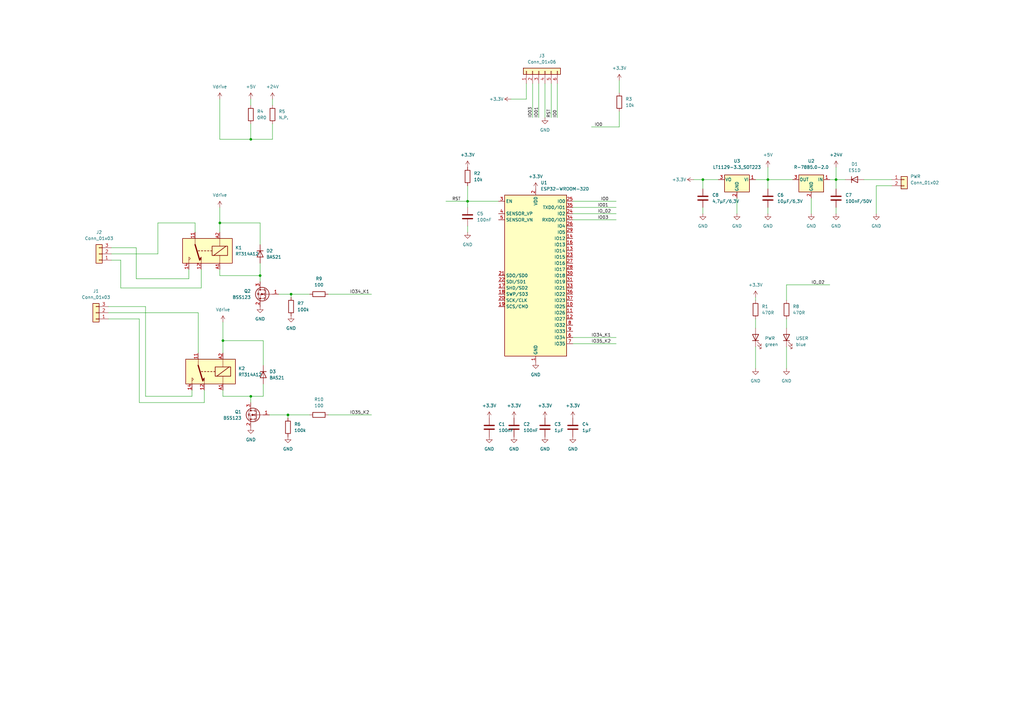
<source format=kicad_sch>
(kicad_sch (version 20211123) (generator eeschema)
  (paper "A3")
  (lib_symbols
    (symbol "Connector_Generic:Conn_01x02" (pin_names (offset 1.016) hide)
      (property "Reference" "J" (at 0 2.54 0))
      (property "Value" "Conn_01x02" (at 0 -5.08 0))
      (symbol "Conn_01x02_1_1"
        (rectangle (start -1.27 -2.413) (end 0 -2.667) (stroke (width 0.1524)))
        (rectangle (start -1.27 0.127) (end 0 -0.127) (stroke (width 0.1524)))
        (rectangle (start -1.27 1.27) (end 1.27 -3.81) (stroke (width 0.254)) (fill (type background)))
        (pin passive line (at -5.08 0 0) (length 3.81) (name "Pin_1") (number "1"))
        (pin passive line (at -5.08 -2.54 0) (length 3.81) (name "Pin_2") (number "2"))
      )
    )
    (symbol "Connector_Generic:Conn_01x03" (pin_names (offset 1.016) hide)
      (property "Reference" "J" (at 0 5.08 0))
      (property "Value" "Conn_01x03" (at 0 -5.08 0))
      (symbol "Conn_01x03_1_1"
        (rectangle (start -1.27 -2.413) (end 0 -2.667) (stroke (width 0.1524)))
        (rectangle (start -1.27 0.127) (end 0 -0.127) (stroke (width 0.1524)))
        (rectangle (start -1.27 2.667) (end 0 2.413) (stroke (width 0.1524)))
        (rectangle (start -1.27 3.81) (end 1.27 -3.81) (stroke (width 0.254)) (fill (type background)))
        (pin passive line (at -5.08 2.54 0) (length 3.81) (name "Pin_1") (number "1"))
        (pin passive line (at -5.08 0 0) (length 3.81) (name "Pin_2") (number "2"))
        (pin passive line (at -5.08 -2.54 0) (length 3.81) (name "Pin_3") (number "3"))
      )
    )
    (symbol "Connector_Generic:Conn_01x06" (pin_names (offset 1.016) hide)
      (property "Reference" "J" (at 0 7.62 0))
      (property "Value" "Conn_01x06" (at 0 -10.16 0))
      (symbol "Conn_01x06_1_1"
        (rectangle (start -1.27 -7.493) (end 0 -7.747) (stroke (width 0.1524)))
        (rectangle (start -1.27 -4.953) (end 0 -5.207) (stroke (width 0.1524)))
        (rectangle (start -1.27 -2.413) (end 0 -2.667) (stroke (width 0.1524)))
        (rectangle (start -1.27 0.127) (end 0 -0.127) (stroke (width 0.1524)))
        (rectangle (start -1.27 2.667) (end 0 2.413) (stroke (width 0.1524)))
        (rectangle (start -1.27 5.207) (end 0 4.953) (stroke (width 0.1524)))
        (rectangle (start -1.27 6.35) (end 1.27 -8.89) (stroke (width 0.254)) (fill (type background)))
        (pin passive line (at -5.08 5.08 0) (length 3.81) (name "Pin_1") (number "1"))
        (pin passive line (at -5.08 2.54 0) (length 3.81) (name "Pin_2") (number "2"))
        (pin passive line (at -5.08 0 0) (length 3.81) (name "Pin_3") (number "3"))
        (pin passive line (at -5.08 -2.54 0) (length 3.81) (name "Pin_4") (number "4"))
        (pin passive line (at -5.08 -5.08 0) (length 3.81) (name "Pin_5") (number "5"))
        (pin passive line (at -5.08 -7.62 0) (length 3.81) (name "Pin_6") (number "6"))
      )
    )
    (symbol "Device:C" (pin_numbers hide) (pin_names (offset 0.254))
      (property "Reference" "C" (at 0.635 2.54 0))
      (property "Value" "C" (at 0.635 -2.54 0))
      (symbol "C_0_1"
        (polyline (pts (xy -2.032 -0.762) (xy 2.032 -0.762)) (stroke (width 0.508)))
        (polyline (pts (xy -2.032 0.762) (xy 2.032 0.762)) (stroke (width 0.508)))
      )
      (symbol "C_1_1"
        (pin passive line (at 0 3.81 270) (length 2.794) (name "~") (number "1"))
        (pin passive line (at 0 -3.81 90) (length 2.794) (name "~") (number "2"))
      )
    )
    (symbol "Device:D" (pin_numbers hide) (pin_names (offset 1.016) hide)
      (property "Reference" "D" (at 0 2.54 0))
      (property "Value" "D" (at 0 -2.54 0))
      (symbol "D_0_1"
        (polyline (pts (xy -1.27 1.27) (xy -1.27 -1.27)) (stroke (width 0.254)))
        (polyline (pts (xy 1.27 0) (xy -1.27 0)))
        (polyline (pts (xy 1.27 1.27) (xy 1.27 -1.27) (xy -1.27 0) (xy 1.27 1.27)) (stroke (width 0.254)))
      )
      (symbol "D_1_1"
        (pin passive line (at -3.81 0 0) (length 2.54) (name "K") (number "1"))
        (pin passive line (at 3.81 0 180) (length 2.54) (name "A") (number "2"))
      )
    )
    (symbol "Device:LED" (pin_numbers hide) (pin_names (offset 1.016) hide)
      (property "Reference" "D" (at 0 2.54 0))
      (property "Value" "LED" (at 0 -2.54 0))
      (symbol "LED_0_1"
        (polyline (pts (xy -1.27 -1.27) (xy -1.27 1.27)) (stroke (width 0.254)))
        (polyline (pts (xy -1.27 0) (xy 1.27 0)))
        (polyline (pts (xy 1.27 -1.27) (xy 1.27 1.27) (xy -1.27 0) (xy 1.27 -1.27)) (stroke (width 0.254)))
        (polyline (pts (xy -3.048 -0.762) (xy -4.572 -2.286) (xy -3.81 -2.286) (xy -4.572 -2.286) (xy -4.572 -1.524)))
        (polyline (pts (xy -1.778 -0.762) (xy -3.302 -2.286) (xy -2.54 -2.286) (xy -3.302 -2.286) (xy -3.302 -1.524)))
      )
      (symbol "LED_1_1"
        (pin passive line (at -3.81 0 0) (length 2.54) (name "K") (number "1"))
        (pin passive line (at 3.81 0 180) (length 2.54) (name "A") (number "2"))
      )
    )
    (symbol "Device:R" (pin_numbers hide) (pin_names (offset 0))
      (property "Reference" "R" (at 2.032 0 90))
      (property "Value" "R" (at 0 0 90))
      (symbol "R_0_1"
        (rectangle (start -1.016 -2.54) (end 1.016 2.54) (stroke (width 0.254)))
      )
      (symbol "R_1_1"
        (pin passive line (at 0 3.81 270) (length 1.27) (name "~") (number "1"))
        (pin passive line (at 0 -3.81 90) (length 1.27) (name "~") (number "2"))
      )
    )
    (symbol "Diode:BAS21" (pin_numbers hide) (pin_names hide)
      (property "Reference" "D" (at 0 2.54 0))
      (property "Value" "BAS21" (at 0 -2.54 0))
      (symbol "BAS21_0_1"
        (polyline (pts (xy -1.27 1.27) (xy -1.27 -1.27)) (stroke (width 0.254)))
        (polyline (pts (xy 1.27 0) (xy -1.27 0)))
        (polyline (pts (xy 1.27 1.27) (xy 1.27 -1.27) (xy -1.27 0) (xy 1.27 1.27)) (stroke (width 0.254)))
      )
      (symbol "BAS21_1_1"
        (pin passive line (at 3.81 0 180) (length 2.54) (name "A") (number "1"))
        (pin no_connect line (at -1.27 0 0) (length 2.54) hide (name "NC") (number "2"))
        (pin passive line (at -3.81 0 0) (length 2.54) (name "K") (number "3"))
      )
    )
    (symbol "RF_Module:ESP32-WROOM-32D"
      (property "Reference" "U" (at -12.7 34.29 0))
      (property "Value" "ESP32-WROOM-32D" (at 1.27 34.29 0))
      (symbol "ESP32-WROOM-32D_0_1"
        (rectangle (start -12.7 33.02) (end 12.7 -33.02) (stroke (width 0.254)) (fill (type background)))
      )
      (symbol "ESP32-WROOM-32D_1_1"
        (pin power_in line (at 0 -35.56 90) (length 2.54) (name "GND") (number "1"))
        (pin bidirectional line (at 15.24 -12.7 180) (length 2.54) (name "IO25") (number "10"))
        (pin bidirectional line (at 15.24 -15.24 180) (length 2.54) (name "IO26") (number "11"))
        (pin bidirectional line (at 15.24 -17.78 180) (length 2.54) (name "IO27") (number "12"))
        (pin bidirectional line (at 15.24 10.16 180) (length 2.54) (name "IO14") (number "13"))
        (pin bidirectional line (at 15.24 15.24 180) (length 2.54) (name "IO12") (number "14"))
        (pin passive line (at 0 -35.56 90) (length 2.54) hide (name "GND") (number "15"))
        (pin bidirectional line (at 15.24 12.7 180) (length 2.54) (name "IO13") (number "16"))
        (pin bidirectional line (at -15.24 -5.08 0) (length 2.54) (name "SHD/SD2") (number "17"))
        (pin bidirectional line (at -15.24 -7.62 0) (length 2.54) (name "SWP/SD3") (number "18"))
        (pin bidirectional line (at -15.24 -12.7 0) (length 2.54) (name "SCS/CMD") (number "19"))
        (pin power_in line (at 0 35.56 270) (length 2.54) (name "VDD") (number "2"))
        (pin bidirectional line (at -15.24 -10.16 0) (length 2.54) (name "SCK/CLK") (number "20"))
        (pin bidirectional line (at -15.24 0 0) (length 2.54) (name "SDO/SD0") (number "21"))
        (pin bidirectional line (at -15.24 -2.54 0) (length 2.54) (name "SDI/SD1") (number "22"))
        (pin bidirectional line (at 15.24 7.62 180) (length 2.54) (name "IO15") (number "23"))
        (pin bidirectional line (at 15.24 25.4 180) (length 2.54) (name "IO2") (number "24"))
        (pin bidirectional line (at 15.24 30.48 180) (length 2.54) (name "IO0") (number "25"))
        (pin bidirectional line (at 15.24 20.32 180) (length 2.54) (name "IO4") (number "26"))
        (pin bidirectional line (at 15.24 5.08 180) (length 2.54) (name "IO16") (number "27"))
        (pin bidirectional line (at 15.24 2.54 180) (length 2.54) (name "IO17") (number "28"))
        (pin bidirectional line (at 15.24 17.78 180) (length 2.54) (name "IO5") (number "29"))
        (pin input line (at -15.24 30.48 0) (length 2.54) (name "EN") (number "3"))
        (pin bidirectional line (at 15.24 0 180) (length 2.54) (name "IO18") (number "30"))
        (pin bidirectional line (at 15.24 -2.54 180) (length 2.54) (name "IO19") (number "31"))
        (pin no_connect line (at -12.7 -27.94 0) (length 2.54) hide (name "NC") (number "32"))
        (pin bidirectional line (at 15.24 -5.08 180) (length 2.54) (name "IO21") (number "33"))
        (pin bidirectional line (at 15.24 22.86 180) (length 2.54) (name "RXD0/IO3") (number "34"))
        (pin bidirectional line (at 15.24 27.94 180) (length 2.54) (name "TXD0/IO1") (number "35"))
        (pin bidirectional line (at 15.24 -7.62 180) (length 2.54) (name "IO22") (number "36"))
        (pin bidirectional line (at 15.24 -10.16 180) (length 2.54) (name "IO23") (number "37"))
        (pin passive line (at 0 -35.56 90) (length 2.54) hide (name "GND") (number "38"))
        (pin passive line (at 0 -35.56 90) (length 2.54) hide (name "GND") (number "39"))
        (pin input line (at -15.24 25.4 0) (length 2.54) (name "SENSOR_VP") (number "4"))
        (pin input line (at -15.24 22.86 0) (length 2.54) (name "SENSOR_VN") (number "5"))
        (pin input line (at 15.24 -25.4 180) (length 2.54) (name "IO34") (number "6"))
        (pin input line (at 15.24 -27.94 180) (length 2.54) (name "IO35") (number "7"))
        (pin bidirectional line (at 15.24 -20.32 180) (length 2.54) (name "IO32") (number "8"))
        (pin bidirectional line (at 15.24 -22.86 180) (length 2.54) (name "IO33") (number "9"))
      )
    )
    (symbol "Regulator_Linear:LT1129-3.3_SOT223" (pin_names (offset 0.254))
      (property "Reference" "U" (at -3.81 3.175 0))
      (property "Value" "LT1129-3.3_SOT223" (at 0 3.175 0))
      (symbol "LT1129-3.3_SOT223_0_1"
        (rectangle (start -5.08 -5.08) (end 5.08 1.905) (stroke (width 0.254)) (fill (type background)))
      )
      (symbol "LT1129-3.3_SOT223_1_1"
        (pin power_in line (at -7.62 0 0) (length 2.54) (name "VI") (number "1"))
        (pin power_in line (at 0 -7.62 90) (length 2.54) (name "GND") (number "2"))
        (pin power_out line (at 7.62 0 180) (length 2.54) (name "VO") (number "3"))
      )
    )
    (symbol "Regulator_Switching:R-78B5.0-2.0" (pin_names (offset 0.254))
      (property "Reference" "U" (at -3.81 3.175 0))
      (property "Value" "R-78B5.0-2.0" (at 0 3.175 0))
      (symbol "R-78B5.0-2.0_0_1"
        (rectangle (start -5.08 1.905) (end 5.08 -5.08) (stroke (width 0.254)) (fill (type background)))
      )
      (symbol "R-78B5.0-2.0_1_1"
        (pin power_in line (at -7.62 0 0) (length 2.54) (name "IN") (number "1"))
        (pin power_in line (at 0 -7.62 90) (length 2.54) (name "GND") (number "2"))
        (pin power_out line (at 7.62 0 180) (length 2.54) (name "OUT") (number "3"))
      )
    )
    (symbol "Relay:RT314A12"
      (property "Reference" "K" (at 11.43 3.81 0))
      (property "Value" "RT314A12" (at 11.43 1.27 0))
      (symbol "RT314A12_0_0"
        (polyline (pts (xy -2.54 1.905) (xy -7.62 -1.905)) (stroke (width 0.254)))
      )
      (symbol "RT314A12_0_1"
        (rectangle (start -10.16 5.08) (end 10.16 -5.08) (stroke (width 0.254)) (fill (type background)))
        (rectangle (start -8.255 1.905) (end -1.905 -1.905) (stroke (width 0.254)))
        (polyline (pts (xy -5.08 -5.08) (xy -5.08 -1.905)))
        (polyline (pts (xy -5.08 5.08) (xy -5.08 1.905)))
        (polyline (pts (xy -1.905 0) (xy -1.27 0)) (stroke (width 0.254)))
        (polyline (pts (xy -0.635 0) (xy 0 0)) (stroke (width 0.254)))
        (polyline (pts (xy 0.635 0) (xy 1.27 0)) (stroke (width 0.254)))
        (polyline (pts (xy 1.905 0) (xy 2.54 0)) (stroke (width 0.254)))
        (polyline (pts (xy 3.175 0) (xy 3.81 0)) (stroke (width 0.254)))
        (polyline (pts (xy 5.08 -2.54) (xy 3.175 3.81)) (stroke (width 0.508)))
        (polyline (pts (xy 5.08 -2.54) (xy 5.08 -5.08)))
        (polyline (pts (xy 2.54 5.08) (xy 2.54 2.54) (xy 3.175 3.175) (xy 2.54 3.81)) (fill (type outline)))
        (polyline (pts (xy 7.62 5.08) (xy 7.62 2.54) (xy 6.985 3.175) (xy 7.62 3.81)))
      )
      (symbol "RT314A12_1_1"
        (pin passive line (at 5.08 -7.62 90) (length 2.54) (name "~") (number "11"))
        (pin passive line (at 2.54 7.62 270) (length 2.54) (name "~") (number "12"))
        (pin passive line (at 7.62 7.62 270) (length 2.54) (name "~") (number "14"))
        (pin passive line (at -5.08 7.62 270) (length 2.54) (name "~") (number "A1"))
        (pin passive line (at -5.08 -7.62 90) (length 2.54) (name "~") (number "A2"))
      )
    )
    (symbol "Transistor_FET:BSS123" (pin_names hide)
      (property "Reference" "Q" (at 5.08 1.905 0))
      (property "Value" "BSS123" (at 5.08 0 0))
      (symbol "BSS123_0_1"
        (polyline (pts (xy 0.254 0) (xy -2.54 0)))
        (polyline (pts (xy 0.254 1.905) (xy 0.254 -1.905)) (stroke (width 0.254)))
        (polyline (pts (xy 0.762 -1.27) (xy 0.762 -2.286)) (stroke (width 0.254)))
        (polyline (pts (xy 0.762 0.508) (xy 0.762 -0.508)) (stroke (width 0.254)))
        (polyline (pts (xy 0.762 2.286) (xy 0.762 1.27)) (stroke (width 0.254)))
        (polyline (pts (xy 2.54 2.54) (xy 2.54 1.778)))
        (polyline (pts (xy 2.54 -2.54) (xy 2.54 0) (xy 0.762 0)))
        (polyline (pts (xy 0.762 -1.778) (xy 3.302 -1.778) (xy 3.302 1.778) (xy 0.762 1.778)))
        (polyline (pts (xy 1.016 0) (xy 2.032 0.381) (xy 2.032 -0.381) (xy 1.016 0)) (fill (type outline)))
        (polyline (pts (xy 2.794 0.508) (xy 2.921 0.381) (xy 3.683 0.381) (xy 3.81 0.254)))
        (polyline (pts (xy 3.302 0.381) (xy 2.921 -0.254) (xy 3.683 -0.254) (xy 3.302 0.381)))
        (circle (center 1.651 0) (radius 2.794) (stroke (width 0.254)))
        (circle (center 2.54 -1.778) (radius 0.254) (fill (type outline)))
        (circle (center 2.54 1.778) (radius 0.254) (fill (type outline)))
      )
      (symbol "BSS123_1_1"
        (pin input line (at -5.08 0 0) (length 2.54) (name "G") (number "1"))
        (pin passive line (at 2.54 -5.08 90) (length 2.54) (name "S") (number "2"))
        (pin passive line (at 2.54 5.08 270) (length 2.54) (name "D") (number "3"))
      )
    )
    (symbol "power:+24V" (power) (pin_names (offset 0))
      (property "Value" "+24V" (at 0 3.556 0))
      (symbol "+24V_0_1"
        (polyline (pts (xy -0.762 1.27) (xy 0 2.54)))
        (polyline (pts (xy 0 0) (xy 0 2.54)))
        (polyline (pts (xy 0 2.54) (xy 0.762 1.27)))
      )
      (symbol "+24V_1_1"
        (pin power_in line (at 0 0 90) (length 0) hide (name "+24V") (number "1"))
      )
    )
    (symbol "power:+3.3V" (power) (pin_names (offset 0))
      (property "Value" "+3.3V" (at 0 3.556 0))
      (symbol "+3.3V_0_1"
        (polyline (pts (xy -0.762 1.27) (xy 0 2.54)))
        (polyline (pts (xy 0 0) (xy 0 2.54)))
        (polyline (pts (xy 0 2.54) (xy 0.762 1.27)))
      )
      (symbol "+3.3V_1_1"
        (pin power_in line (at 0 0 90) (length 0) hide (name "+3.3V") (number "1"))
      )
    )
    (symbol "power:+5V" (power) (pin_names (offset 0))
      (property "Value" "+5V" (at 0 3.556 0))
      (symbol "+5V_0_1"
        (polyline (pts (xy -0.762 1.27) (xy 0 2.54)))
        (polyline (pts (xy 0 0) (xy 0 2.54)))
        (polyline (pts (xy 0 2.54) (xy 0.762 1.27)))
      )
      (symbol "+5V_1_1"
        (pin power_in line (at 0 0 90) (length 0) hide (name "+5V") (number "1"))
      )
    )
    (symbol "power:GND" (power) (pin_names (offset 0))
      (property "Value" "GND" (at 0 -3.81 0))
      (symbol "GND_0_1"
        (polyline (pts (xy 0 0) (xy 0 -1.27) (xy 1.27 -1.27) (xy 0 -2.54) (xy -1.27 -1.27) (xy 0 -1.27)))
      )
      (symbol "GND_1_1"
        (pin power_in line (at 0 0 270) (length 0) hide (name "GND") (number "1"))
      )
    )
    (symbol "power:Vdrive" (power) (pin_names (offset 0))
      (property "Value" "Vdrive" (at 0 3.81 0))
      (symbol "Vdrive_0_1"
        (polyline (pts (xy -0.762 1.27) (xy 0 2.54)))
        (polyline (pts (xy 0 0) (xy 0 2.54)))
        (polyline (pts (xy 0 2.54) (xy 0.762 1.27)))
      )
      (symbol "Vdrive_1_1"
        (pin power_in line (at 0 0 90) (length 0) hide (name "Vdrive") (number "1"))
      )
    )
  )
  (junction (at 342.9 73.66))
  (junction (at 102.87 57.15))
  (junction (at 106.68 113.03))
  (junction (at 288.29 73.66))
  (junction (at 191.77 82.55))
  (junction (at 118.11 170.18))
  (junction (at 102.87 162.56))
  (junction (at 119.38 120.65))
  (junction (at 90.17 91.44))
  (junction (at 91.44 139.7))
  (junction (at 314.96 73.66))
  (wire (pts (xy 322.58 134.62) (xy 322.58 130.81)))
  (wire (pts (xy 102.87 40.64) (xy 102.87 43.18)))
  (wire (pts (xy 49.53 106.68) (xy 49.53 118.11)))
  (wire (pts (xy 90.17 40.64) (xy 90.17 57.15)))
  (wire (pts (xy 107.95 157.48) (xy 107.95 162.56)))
  (wire (pts (xy 309.88 73.66) (xy 314.96 73.66)))
  (wire (pts (xy 81.28 128.27) (xy 81.28 144.78)))
  (wire (pts (xy 342.9 68.58) (xy 342.9 73.66)))
  (wire (pts (xy 191.77 82.55) (xy 191.77 76.2)))
  (wire (pts (xy 254 45.72) (xy 254 52.07)))
  (wire (pts (xy 90.17 85.09) (xy 90.17 91.44)))
  (wire (pts (xy 288.29 87.63) (xy 288.29 85.09)))
  (wire (pts (xy 102.87 162.56) (xy 102.87 165.1)))
  (wire (pts (xy 111.76 40.64) (xy 111.76 43.18)))
  (wire (pts (xy 80.01 95.25) (xy 80.01 91.44)))
  (wire (pts (xy 55.88 114.3) (xy 55.88 101.6)))
  (wire (pts (xy 91.44 132.08) (xy 91.44 139.7)))
  (wire (pts (xy 64.77 91.44) (xy 64.77 104.14)))
  (wire (pts (xy 365.76 73.66) (xy 354.33 73.66)))
  (wire (pts (xy 215.9 40.64) (xy 215.9 34.29)))
  (wire (pts (xy 45.72 106.68) (xy 49.53 106.68)))
  (wire (pts (xy 234.95 87.63) (xy 252.73 87.63)))
  (wire (pts (xy 77.47 114.3) (xy 55.88 114.3)))
  (wire (pts (xy 332.74 81.28) (xy 332.74 87.63)))
  (wire (pts (xy 322.58 116.84) (xy 340.36 116.84)))
  (wire (pts (xy 288.29 73.66) (xy 294.64 73.66)))
  (wire (pts (xy 359.41 76.2) (xy 365.76 76.2)))
  (wire (pts (xy 110.49 170.18) (xy 118.11 170.18)))
  (wire (pts (xy 57.15 165.1) (xy 57.15 130.81)))
  (wire (pts (xy 314.96 68.58) (xy 314.96 73.66)))
  (wire (pts (xy 322.58 123.19) (xy 322.58 116.84)))
  (wire (pts (xy 226.06 48.26) (xy 226.06 34.29)))
  (wire (pts (xy 106.68 115.57) (xy 106.68 113.03)))
  (wire (pts (xy 118.11 170.18) (xy 127 170.18)))
  (wire (pts (xy 82.55 118.11) (xy 82.55 110.49)))
  (wire (pts (xy 49.53 118.11) (xy 82.55 118.11)))
  (wire (pts (xy 102.87 57.15) (xy 111.76 57.15)))
  (wire (pts (xy 234.95 138.43) (xy 252.73 138.43)))
  (wire (pts (xy 234.95 90.17) (xy 252.73 90.17)))
  (wire (pts (xy 234.95 82.55) (xy 252.73 82.55)))
  (wire (pts (xy 254 52.07) (xy 242.57 52.07)))
  (wire (pts (xy 134.62 170.18) (xy 152.4 170.18)))
  (wire (pts (xy 90.17 113.03) (xy 90.17 110.49)))
  (wire (pts (xy 309.88 142.24) (xy 309.88 151.13)))
  (wire (pts (xy 59.69 162.56) (xy 78.74 162.56)))
  (wire (pts (xy 223.52 48.26) (xy 223.52 34.29)))
  (wire (pts (xy 342.9 77.47) (xy 342.9 73.66)))
  (wire (pts (xy 44.45 125.73) (xy 59.69 125.73)))
  (wire (pts (xy 106.68 113.03) (xy 90.17 113.03)))
  (wire (pts (xy 91.44 139.7) (xy 91.44 144.78)))
  (wire (pts (xy 254 33.02) (xy 254 38.1)))
  (wire (pts (xy 91.44 162.56) (xy 102.87 162.56)))
  (wire (pts (xy 78.74 162.56) (xy 78.74 160.02)))
  (wire (pts (xy 228.6 34.29) (xy 228.6 48.26)))
  (wire (pts (xy 220.98 48.26) (xy 220.98 34.29)))
  (wire (pts (xy 204.47 82.55) (xy 191.77 82.55)))
  (wire (pts (xy 302.26 87.63) (xy 302.26 81.28)))
  (wire (pts (xy 106.68 107.95) (xy 106.68 113.03)))
  (wire (pts (xy 209.55 40.64) (xy 215.9 40.64)))
  (wire (pts (xy 77.47 110.49) (xy 77.47 114.3)))
  (wire (pts (xy 284.48 73.66) (xy 288.29 73.66)))
  (wire (pts (xy 83.82 165.1) (xy 57.15 165.1)))
  (wire (pts (xy 314.96 73.66) (xy 325.12 73.66)))
  (wire (pts (xy 83.82 160.02) (xy 83.82 165.1)))
  (wire (pts (xy 119.38 120.65) (xy 127 120.65)))
  (wire (pts (xy 107.95 162.56) (xy 102.87 162.56)))
  (wire (pts (xy 342.9 87.63) (xy 342.9 85.09)))
  (wire (pts (xy 111.76 50.8) (xy 111.76 57.15)))
  (wire (pts (xy 59.69 125.73) (xy 59.69 162.56)))
  (wire (pts (xy 191.77 85.09) (xy 191.77 82.55)))
  (wire (pts (xy 218.44 48.26) (xy 218.44 34.29)))
  (wire (pts (xy 322.58 142.24) (xy 322.58 151.13)))
  (wire (pts (xy 107.95 139.7) (xy 91.44 139.7)))
  (wire (pts (xy 342.9 73.66) (xy 340.36 73.66)))
  (wire (pts (xy 106.68 91.44) (xy 90.17 91.44)))
  (wire (pts (xy 114.3 120.65) (xy 119.38 120.65)))
  (wire (pts (xy 359.41 87.63) (xy 359.41 76.2)))
  (wire (pts (xy 309.88 123.19) (xy 309.88 121.92)))
  (wire (pts (xy 90.17 57.15) (xy 102.87 57.15)))
  (wire (pts (xy 107.95 149.86) (xy 107.95 139.7)))
  (wire (pts (xy 102.87 50.8) (xy 102.87 57.15)))
  (wire (pts (xy 64.77 91.44) (xy 80.01 91.44)))
  (wire (pts (xy 288.29 77.47) (xy 288.29 73.66)))
  (wire (pts (xy 90.17 91.44) (xy 90.17 95.25)))
  (wire (pts (xy 91.44 160.02) (xy 91.44 162.56)))
  (wire (pts (xy 57.15 130.81) (xy 44.45 130.81)))
  (wire (pts (xy 44.45 128.27) (xy 81.28 128.27)))
  (wire (pts (xy 118.11 170.18) (xy 118.11 171.45)))
  (wire (pts (xy 234.95 85.09) (xy 252.73 85.09)))
  (wire (pts (xy 314.96 77.47) (xy 314.96 73.66)))
  (wire (pts (xy 119.38 120.65) (xy 119.38 121.92)))
  (wire (pts (xy 191.77 95.25) (xy 191.77 92.71)))
  (wire (pts (xy 191.77 82.55) (xy 182.88 82.55)))
  (wire (pts (xy 314.96 87.63) (xy 314.96 85.09)))
  (wire (pts (xy 234.95 140.97) (xy 252.73 140.97)))
  (wire (pts (xy 55.88 101.6) (xy 45.72 101.6)))
  (wire (pts (xy 64.77 104.14) (xy 45.72 104.14)))
  (wire (pts (xy 106.68 100.33) (xy 106.68 91.44)))
  (wire (pts (xy 309.88 134.62) (xy 309.88 130.81)))
  (wire (pts (xy 346.71 73.66) (xy 342.9 73.66)))
  (wire (pts (xy 134.62 120.65) (xy 152.4 120.65)))
  (label "RST" (at 185.42 82.55 0) (effects (font (size 1.2446 1.2446))))
  (label "IO0" (at 246.38 82.55 0) (effects (font (size 1.2446 1.2446))))
  (label "IO01" (at 245.11 85.09 0) (effects (font (size 1.2446 1.2446))))
  (label "IO_02" (at 245.11 87.63 0))
  (label "IO01" (at 220.98 48.26 90) (effects (font (size 1.2446 1.2446))))
  (label "RST" (at 226.06 48.26 90) (effects (font (size 1.2446 1.2446))))
  (label "IO03" (at 245.11 90.17 0) (effects (font (size 1.2446 1.2446))))
  (label "IO0" (at 243.84 52.07 0) (effects (font (size 1.2446 1.2446))))
  (label "IO_02" (at 332.74 116.84 0))
  (label "IO0" (at 228.6 48.26 90) (effects (font (size 1.2446 1.2446))))
  (label "IO03" (at 218.44 48.26 90) (effects (font (size 1.2446 1.2446))))
  (label "IO34_K1" (at 242.57 138.43 0))
  (label "IO35_K2" (at 242.57 140.97 0))
  (label "IO35_K2" (at 143.51 170.18 0))
  (label "IO34_K1" (at 143.51 120.65 0))
  (symbol (lib_id "Device:R") (at 118.11 175.26 0) (unit 1)
    (property "Reference" "R6" (at 120.65 173.9899 0) (effects (justify left)))
    (property "Value" "100k" (at 120.65 176.5299 0) (effects (justify left)))
    (property "Footprint" "Resistor_SMD:R_0603_1608Metric" (effects hide))
  )
  (symbol (lib_id "Transistor_FET:BSS123") (at 109.22 120.65 0) (mirror y) (unit 1)
    (property "Reference" "Q2" (at 102.87 119.3799 0) (effects (justify left)))
    (property "Value" "BSS123" (at 102.87 121.9199 0) (effects (justify left)))
    (property "Footprint" "Package_TO_SOT_SMD:SOT-23" (effects hide))
    (property "Datasheet" "http://www.diodes.com/assets/Datasheets/ds30366.pdf" (effects hide))
  )
  (symbol (lib_id "Device:C") (at 342.9 81.28 0) (unit 1)
    (property "Reference" "C7" (at 346.71 80.0099 0) (effects (justify left)))
    (property "Value" "100nF/50V" (at 346.71 82.5499 0) (effects (justify left)))
    (property "Footprint" "Capacitor_SMD:C_0603_1608Metric" (effects hide))
  )
  (symbol (lib_id "power:+5V") (at 102.87 40.64 0) (unit 1)
    (property "Reference" "#PWR026" (effects hide))
    (property "Value" "+5V" (at 102.87 35.56 0))
  )
  (symbol (lib_id "power:GND") (at 288.29 87.63 0) (unit 1)
    (property "Reference" "#PWR034" (effects hide))
    (property "Value" "GND" (at 288.29 92.71 0))
  )
  (symbol (lib_id "power:+3.3V") (at 219.71 77.47 0) (unit 1)
    (property "Reference" "#PWR014" (effects hide))
    (property "Value" "+3.3V" (at 219.71 72.39 0))
  )
  (symbol (lib_id "Device:LED") (at 309.88 138.43 90) (unit 1)
    (property "Reference" "PWR" (at 313.69 138.7474 90) (effects (justify right)))
    (property "Value" "green" (at 313.69 141.2874 90) (effects (justify right)))
    (property "Footprint" "LED_SMD:LED_0603_1608Metric" (effects hide))
  )
  (symbol (lib_id "Relay:RT314A12") (at 86.36 152.4 180) (unit 1)
    (property "Reference" "K2" (at 97.79 151.1299 0) (effects (justify right)))
    (property "Value" "RT314A12" (at 97.79 153.6699 0) (effects (justify right)))
    (property "Footprint" "Relay_THT:Relay_SPDT_Schrack-RT1-16A-FormC_RM5mm" (effects hide))
    (property "Datasheet" "https://www.te.com/commerce/DocumentDelivery/DDEController?Action=srchrtrv&DocNm=RT1_bistable&DocType=DS&DocLang=English" (effects hide))
  )
  (symbol (lib_id "Device:C") (at 223.52 175.26 0) (unit 1)
    (property "Reference" "C3" (at 227.33 173.9899 0) (effects (justify left)))
    (property "Value" "1µF" (at 227.33 176.5299 0) (effects (justify left)))
    (property "Footprint" "Capacitor_SMD:C_0603_1608Metric" (effects hide))
  )
  (symbol (lib_id "power:+3.3V") (at 284.48 73.66 90) (unit 1)
    (property "Reference" "#PWR018" (effects hide))
    (property "Value" "+3.3V" (at 275.59 73.66 90) (effects (justify right)))
  )
  (symbol (lib_id "power:+3.3V") (at 191.77 68.58 0) (unit 1)
    (property "Reference" "#PWR011" (effects hide))
    (property "Value" "+3.3V" (at 191.77 63.5 0))
  )
  (symbol (lib_id "power:GND") (at 322.58 151.13 0) (unit 1)
    (property "Reference" "#PWR036" (effects hide))
    (property "Value" "GND" (at 322.58 156.21 0))
  )
  (symbol (lib_id "power:Vdrive") (at 90.17 40.64 0) (unit 1)
    (property "Reference" "#PWR023" (effects hide))
    (property "Value" "Vdrive" (at 90.17 35.56 0))
  )
  (symbol (lib_id "power:GND") (at 332.74 87.63 0) (unit 1)
    (property "Reference" "#PWR020" (effects hide))
    (property "Value" "GND" (at 332.74 92.71 0))
  )
  (symbol (lib_id "power:GND") (at 309.88 151.13 0) (unit 1)
    (property "Reference" "#PWR06" (effects hide))
    (property "Value" "GND" (at 309.88 156.21 0))
  )
  (symbol (lib_id "Device:R") (at 191.77 72.39 0) (unit 1)
    (property "Reference" "R2" (at 194.31 71.1199 0) (effects (justify left)))
    (property "Value" "10k" (at 194.31 73.6599 0) (effects (justify left)))
    (property "Footprint" "Resistor_SMD:R_0603_1608Metric" (effects hide))
  )
  (symbol (lib_id "power:GND") (at 223.52 48.26 0) (unit 1)
    (property "Reference" "#PWR016" (effects hide))
    (property "Value" "GND" (at 223.52 53.34 0))
  )
  (symbol (lib_id "power:+5V") (at 314.96 68.58 0) (unit 1)
    (property "Reference" "#PWR032" (effects hide))
    (property "Value" "+5V" (at 314.96 63.5 0))
  )
  (symbol (lib_id "power:GND") (at 302.26 87.63 0) (unit 1)
    (property "Reference" "#PWR035" (effects hide))
    (property "Value" "GND" (at 302.26 92.71 0))
  )
  (symbol (lib_id "Device:C") (at 200.66 175.26 0) (unit 1)
    (property "Reference" "C1" (at 204.47 173.9899 0) (effects (justify left)))
    (property "Value" "100nF" (at 204.47 176.5299 0) (effects (justify left)))
    (property "Footprint" "Capacitor_SMD:C_0603_1608Metric" (effects hide))
  )
  (symbol (lib_id "Device:R") (at 119.38 125.73 0) (unit 1)
    (property "Reference" "R7" (at 121.92 124.4599 0) (effects (justify left)))
    (property "Value" "100k" (at 121.92 126.9999 0) (effects (justify left)))
    (property "Footprint" "Resistor_SMD:R_0603_1608Metric" (effects hide))
  )
  (symbol (lib_id "Diode:BAS21") (at 106.68 104.14 270) (unit 1)
    (property "Reference" "D2" (at 109.22 102.8699 90) (effects (justify left)))
    (property "Value" "BAS21" (at 109.22 105.4099 90) (effects (justify left)))
    (property "Footprint" "Package_TO_SOT_SMD:SOT-23" (effects hide))
    (property "Datasheet" "https://www.diodes.com/assets/Datasheets/Ds12004.pdf" (effects hide))
  )
  (symbol (lib_id "Device:C") (at 288.29 81.28 0) (unit 1)
    (property "Reference" "C8" (at 292.1 80.0099 0) (effects (justify left)))
    (property "Value" "4,7µF/6,3V" (at 292.1 82.5499 0) (effects (justify left)))
    (property "Footprint" "Capacitor_SMD:C_0603_1608Metric" (effects hide))
  )
  (symbol (lib_id "power:GND") (at 359.41 87.63 0) (unit 1)
    (property "Reference" "#PWR022" (effects hide))
    (property "Value" "GND" (at 359.41 92.71 0))
  )
  (symbol (lib_id "power:GND") (at 314.96 87.63 0) (unit 1)
    (property "Reference" "#PWR019" (effects hide))
    (property "Value" "GND" (at 314.96 92.71 0))
  )
  (symbol (lib_id "RF_Module:ESP32-WROOM-32D") (at 219.71 113.03 0) (unit 1)
    (property "Reference" "U1" (at 221.7294 74.93 0) (effects (justify left)))
    (property "Value" "ESP32-WROOM-32D" (at 221.7294 77.47 0) (effects (justify left)))
    (property "Footprint" "RF_Module:ESP32-WROOM-32" (effects hide))
    (property "Datasheet" "https://www.espressif.com/sites/default/files/documentation/esp32-wroom-32d_esp32-wroom-32u_datasheet_en.pdf" (effects hide))
  )
  (symbol (lib_id "Connector_Generic:Conn_01x06") (at 220.98 29.21 90) (unit 1)
    (property "Reference" "J3" (at 222.25 22.86 90))
    (property "Value" "Conn_01x06" (at 222.25 25.4 90))
    (property "Footprint" "Connector_PinHeader_2.54mm:PinHeader_1x06_P2.54mm_Vertical" (effects hide))
  )
  (symbol (lib_id "power:+3.3V") (at 223.52 171.45 0) (unit 1)
    (property "Reference" "#PWR07" (effects hide))
    (property "Value" "+3.3V" (at 223.52 166.37 0))
  )
  (symbol (lib_id "power:+3.3V") (at 309.88 121.92 0) (unit 1)
    (property "Reference" "#PWR05" (effects hide))
    (property "Value" "+3.3V" (at 309.88 116.84 0))
  )
  (symbol (lib_id "Transistor_FET:BSS123") (at 105.41 170.18 0) (mirror y) (unit 1)
    (property "Reference" "Q1" (at 99.06 168.9099 0) (effects (justify left)))
    (property "Value" "BSS123" (at 99.06 171.4499 0) (effects (justify left)))
    (property "Footprint" "Package_TO_SOT_SMD:SOT-23" (effects hide))
    (property "Datasheet" "http://www.diodes.com/assets/Datasheets/ds30366.pdf" (effects hide))
  )
  (symbol (lib_id "Device:C") (at 234.95 175.26 0) (unit 1)
    (property "Reference" "C4" (at 238.76 173.9899 0) (effects (justify left)))
    (property "Value" "1µF" (at 238.76 176.5299 0) (effects (justify left)))
    (property "Footprint" "Capacitor_SMD:C_0603_1608Metric" (effects hide))
  )
  (symbol (lib_id "power:+24V") (at 111.76 40.64 0) (unit 1)
    (property "Reference" "#PWR029" (effects hide))
    (property "Value" "+24V" (at 111.76 35.56 0))
  )
  (symbol (lib_id "power:GND") (at 223.52 179.07 0) (unit 1)
    (property "Reference" "#PWR08" (effects hide))
    (property "Value" "GND" (at 223.52 184.15 0))
  )
  (symbol (lib_id "power:+3.3V") (at 210.82 171.45 0) (unit 1)
    (property "Reference" "#PWR03" (effects hide))
    (property "Value" "+3.3V" (at 210.82 166.37 0))
  )
  (symbol (lib_id "Device:R") (at 130.81 120.65 90) (unit 1)
    (property "Reference" "R9" (at 130.81 114.3 90))
    (property "Value" "100" (at 130.81 116.84 90))
    (property "Footprint" "Resistor_SMD:R_0603_1608Metric" (effects hide))
  )
  (symbol (lib_id "Device:C") (at 314.96 81.28 0) (unit 1)
    (property "Reference" "C6" (at 318.77 80.0099 0) (effects (justify left)))
    (property "Value" "10µF/6,3V" (at 318.77 82.5499 0) (effects (justify left)))
    (property "Footprint" "Capacitor_SMD:C_0603_1608Metric" (effects hide))
  )
  (symbol (lib_id "Connector_Generic:Conn_01x03") (at 39.37 128.27 180) (unit 1)
    (property "Reference" "J1" (at 39.37 119.38 0))
    (property "Value" "Conn_01x03" (at 39.37 121.92 0))
    (property "Footprint" "Connector_Phoenix_MC_HighVoltage:PhoenixContact_MCV_1,5_3-G-5.08_1x03_P5.08mm_Vertical" (effects hide))
  )
  (symbol (lib_id "power:GND") (at 106.68 125.73 0) (unit 1)
    (property "Reference" "#PWR028" (effects hide))
    (property "Value" "GND" (at 106.68 130.81 0))
  )
  (symbol (lib_id "power:+24V") (at 342.9 68.58 0) (unit 1)
    (property "Reference" "#PWR033" (effects hide))
    (property "Value" "+24V" (at 342.9 63.5 0))
  )
  (symbol (lib_id "Device:R") (at 322.58 127 0) (unit 1)
    (property "Reference" "R8" (at 325.12 125.7299 0) (effects (justify left)))
    (property "Value" "470R" (at 325.12 128.2699 0) (effects (justify left)))
    (property "Footprint" "Resistor_SMD:R_0603_1608Metric" (effects hide))
  )
  (symbol (lib_id "Device:C") (at 191.77 88.9 0) (unit 1)
    (property "Reference" "C5" (at 195.58 87.6299 0) (effects (justify left)))
    (property "Value" "100nF" (at 195.58 90.1699 0) (effects (justify left)))
    (property "Footprint" "Capacitor_SMD:C_0603_1608Metric" (effects hide))
  )
  (symbol (lib_id "power:+3.3V") (at 209.55 40.64 90) (unit 1)
    (property "Reference" "#PWR013" (effects hide))
    (property "Value" "+3.3V" (at 200.66 40.64 90) (effects (justify right)))
  )
  (symbol (lib_id "Relay:RT314A12") (at 85.09 102.87 180) (unit 1)
    (property "Reference" "K1" (at 96.52 101.5999 0) (effects (justify right)))
    (property "Value" "RT314A12" (at 96.52 104.1399 0) (effects (justify right)))
    (property "Footprint" "Relay_THT:Relay_SPDT_Schrack-RT1-16A-FormC_RM5mm" (effects hide))
    (property "Datasheet" "https://www.te.com/commerce/DocumentDelivery/DDEController?Action=srchrtrv&DocNm=RT1_bistable&DocType=DS&DocLang=English" (effects hide))
  )
  (symbol (lib_id "power:GND") (at 234.95 179.07 0) (unit 1)
    (property "Reference" "#PWR010" (effects hide))
    (property "Value" "GND" (at 234.95 184.15 0))
  )
  (symbol (lib_id "Device:R") (at 130.81 170.18 90) (unit 1)
    (property "Reference" "R10" (at 130.81 163.83 90))
    (property "Value" "100" (at 130.81 166.37 90))
    (property "Footprint" "Resistor_SMD:R_0603_1608Metric" (effects hide))
  )
  (symbol (lib_id "Device:R") (at 111.76 46.99 0) (unit 1)
    (property "Reference" "R5" (at 114.3 45.7199 0) (effects (justify left)))
    (property "Value" "N.P." (at 114.3 48.2599 0) (effects (justify left)))
    (property "Footprint" "Resistor_SMD:R_0603_1608Metric" (effects hide))
  )
  (symbol (lib_id "Connector_Generic:Conn_01x02") (at 370.84 73.66 0) (unit 1)
    (property "Reference" "PWR" (at 373.38 72.3899 0) (effects (justify left)))
    (property "Value" "Conn_01x02" (at 373.38 74.9299 0) (effects (justify left)))
    (property "Footprint" "Connector_Phoenix_MC_HighVoltage:PhoenixContact_MCV_1,5_2-G-5.08_1x02_P5.08mm_Vertical" (effects hide))
  )
  (symbol (lib_id "Device:LED") (at 322.58 138.43 90) (unit 1)
    (property "Reference" "USER" (at 326.39 138.7474 90) (effects (justify right)))
    (property "Value" "blue" (at 326.39 141.2874 90) (effects (justify right)))
    (property "Footprint" "LED_SMD:LED_0603_1608Metric" (effects hide))
  )
  (symbol (lib_id "power:+3.3V") (at 254 33.02 0) (unit 1)
    (property "Reference" "#PWR017" (effects hide))
    (property "Value" "+3.3V" (at 254 27.94 0))
  )
  (symbol (lib_id "power:GND") (at 102.87 175.26 0) (unit 1)
    (property "Reference" "#PWR027" (effects hide))
    (property "Value" "GND" (at 102.87 180.34 0))
  )
  (symbol (lib_id "Connector_Generic:Conn_01x03") (at 40.64 104.14 180) (unit 1)
    (property "Reference" "J2" (at 40.64 95.25 0))
    (property "Value" "Conn_01x03" (at 40.64 97.79 0))
    (property "Footprint" "Connector_Phoenix_MC_HighVoltage:PhoenixContact_MCV_1,5_3-G-5.08_1x03_P5.08mm_Vertical" (effects hide))
  )
  (symbol (lib_id "power:Vdrive") (at 91.44 132.08 0) (unit 1)
    (property "Reference" "#PWR025" (effects hide))
    (property "Value" "Vdrive" (at 91.44 127 0))
  )
  (symbol (lib_id "Device:D") (at 350.52 73.66 0) (unit 1)
    (property "Reference" "D1" (at 350.52 67.31 0))
    (property "Value" "ES1D" (at 350.52 69.85 0))
    (property "Footprint" "Diode_SMD:D_SMA" (effects hide))
  )
  (symbol (lib_id "power:GND") (at 210.82 179.07 0) (unit 1)
    (property "Reference" "#PWR04" (effects hide))
    (property "Value" "GND" (at 210.82 184.15 0))
  )
  (symbol (lib_id "Device:C") (at 210.82 175.26 0) (unit 1)
    (property "Reference" "C2" (at 214.63 173.9899 0) (effects (justify left)))
    (property "Value" "100nF" (at 214.63 176.5299 0) (effects (justify left)))
    (property "Footprint" "Capacitor_SMD:C_0603_1608Metric" (effects hide))
  )
  (symbol (lib_id "Regulator_Switching:R-78B5.0-2.0") (at 332.74 73.66 0) (mirror y) (unit 1)
    (property "Reference" "U2" (at 332.74 66.04 0))
    (property "Value" "R-78B5.0-2.0" (at 332.74 68.58 0))
    (property "Footprint" "Converter_DCDC:Converter_DCDC_RECOM_R-78B-2.0_THT" (effects hide))
    (property "Datasheet" "https://www.recom-power.com/pdf/Innoline/R-78Bxx-2.0.pdf" (effects hide))
  )
  (symbol (lib_id "Regulator_Linear:LT1129-3.3_SOT223") (at 302.26 73.66 0) (mirror y) (unit 1)
    (property "Reference" "U3" (at 302.26 66.04 0))
    (property "Value" "LT1129-3.3_SOT223" (at 302.26 68.58 0))
    (property "Footprint" "Package_TO_SOT_SMD:SOT-223-3_TabPin2" (effects hide))
    (property "Datasheet" "https://www.analog.com/media/en/technical-documentation/data-sheets/112935ff.pdf" (effects hide))
  )
  (symbol (lib_id "Device:R") (at 102.87 46.99 0) (unit 1)
    (property "Reference" "R4" (at 105.41 45.7199 0) (effects (justify left)))
    (property "Value" "0R0" (at 105.41 48.2599 0) (effects (justify left)))
    (property "Footprint" "Resistor_SMD:R_0603_1608Metric" (effects hide))
  )
  (symbol (lib_id "power:GND") (at 219.71 148.59 0) (unit 1)
    (property "Reference" "#PWR015" (effects hide))
    (property "Value" "GND" (at 219.71 153.67 0))
  )
  (symbol (lib_id "power:+3.3V") (at 234.95 171.45 0) (unit 1)
    (property "Reference" "#PWR09" (effects hide))
    (property "Value" "+3.3V" (at 234.95 166.37 0))
  )
  (symbol (lib_id "power:GND") (at 191.77 95.25 0) (unit 1)
    (property "Reference" "#PWR012" (effects hide))
    (property "Value" "GND" (at 191.77 100.33 0))
  )
  (symbol (lib_id "power:GND") (at 200.66 179.07 0) (unit 1)
    (property "Reference" "#PWR02" (effects hide))
    (property "Value" "GND" (at 200.66 184.15 0))
  )
  (symbol (lib_id "Device:R") (at 254 41.91 0) (unit 1)
    (property "Reference" "R3" (at 256.54 40.6399 0) (effects (justify left)))
    (property "Value" "10k" (at 256.54 43.1799 0) (effects (justify left)))
    (property "Footprint" "Resistor_SMD:R_0603_1608Metric" (effects hide))
  )
  (symbol (lib_id "Device:R") (at 309.88 127 0) (unit 1)
    (property "Reference" "R1" (at 312.42 125.7299 0) (effects (justify left)))
    (property "Value" "470R" (at 312.42 128.2699 0) (effects (justify left)))
    (property "Footprint" "Resistor_SMD:R_0603_1608Metric" (effects hide))
  )
  (symbol (lib_id "Diode:BAS21") (at 107.95 153.67 270) (unit 1)
    (property "Reference" "D3" (at 110.49 152.3999 90) (effects (justify left)))
    (property "Value" "BAS21" (at 110.49 154.9399 90) (effects (justify left)))
    (property "Footprint" "Package_TO_SOT_SMD:SOT-23" (effects hide))
    (property "Datasheet" "https://www.diodes.com/assets/Datasheets/Ds12004.pdf" (effects hide))
  )
  (symbol (lib_id "power:+3.3V") (at 200.66 171.45 0) (unit 1)
    (property "Reference" "#PWR01" (effects hide))
    (property "Value" "+3.3V" (at 200.66 166.37 0))
  )
  (symbol (lib_id "power:GND") (at 119.38 129.54 0) (unit 1)
    (property "Reference" "#PWR031" (effects hide))
    (property "Value" "GND" (at 119.38 134.62 0))
  )
  (symbol (lib_id "power:Vdrive") (at 90.17 85.09 0) (unit 1)
    (property "Reference" "#PWR024" (effects hide))
    (property "Value" "Vdrive" (at 90.17 80.01 0))
  )
  (symbol (lib_id "power:GND") (at 342.9 87.63 0) (unit 1)
    (property "Reference" "#PWR021" (effects hide))
    (property "Value" "GND" (at 342.9 92.71 0))
  )
  (symbol (lib_id "power:GND") (at 118.11 179.07 0) (unit 1)
    (property "Reference" "#PWR030" (effects hide))
    (property "Value" "GND" (at 118.11 184.15 0))
  )
)
</source>
